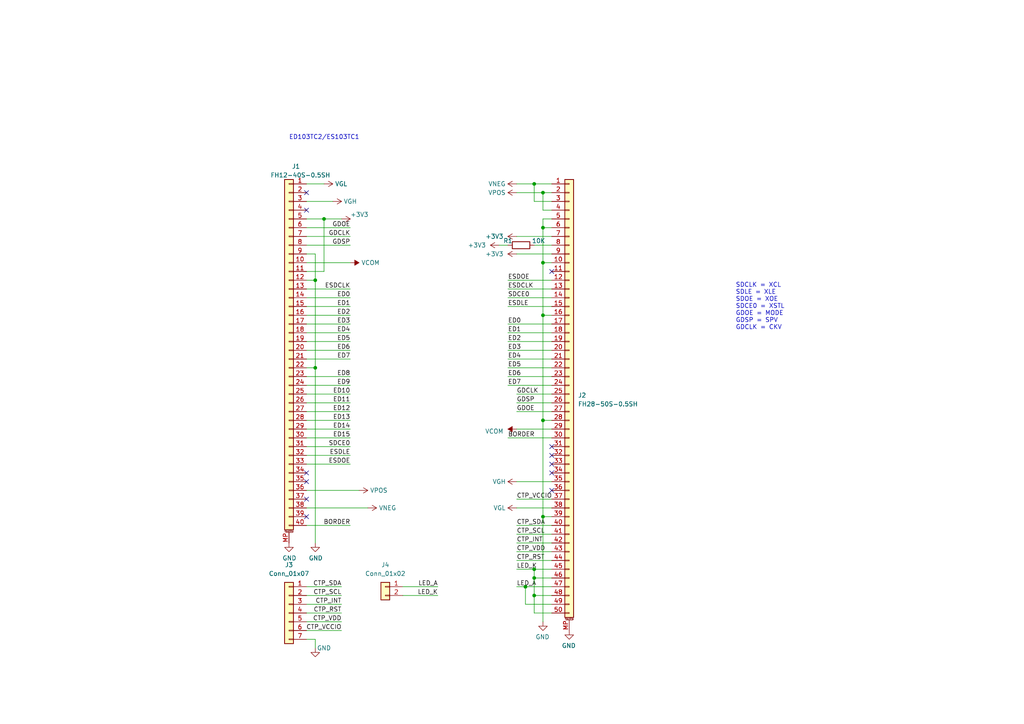
<source format=kicad_sch>
(kicad_sch (version 20231120) (generator "eeschema") (generator_version "8.0")
  (paper "A4")
  (lib_symbols
    (symbol "Connector_Generic:Conn_01x02" (pin_names (offset 1.016) hide)
      (property "Reference" "J" (at 0 2.54 0))
      (property "Value" "Conn_01x02" (at 0 -5.08 0))
      (symbol "Conn_01x02_1_1"
        (rectangle (start -1.27 -2.413) (end 0 -2.667) (stroke (width 0.1524)))
        (rectangle (start -1.27 0.127) (end 0 -0.127) (stroke (width 0.1524)))
        (rectangle (start -1.27 1.27) (end 1.27 -3.81) (stroke (width 0.254)) (fill (type background)))
        (pin passive line (at -5.08 0 0) (length 3.81) (name "Pin_1") (number "1"))
        (pin passive line (at -5.08 -2.54 0) (length 3.81) (name "Pin_2") (number "2"))
      )
    )
    (symbol "Connector_Generic:Conn_01x07" (pin_names (offset 1.016) hide)
      (property "Reference" "J" (at 0 10.16 0))
      (property "Value" "Conn_01x07" (at 0 -10.16 0))
      (symbol "Conn_01x07_1_1"
        (rectangle (start -1.27 -7.493) (end 0 -7.747) (stroke (width 0.1524)))
        (rectangle (start -1.27 -4.953) (end 0 -5.207) (stroke (width 0.1524)))
        (rectangle (start -1.27 -2.413) (end 0 -2.667) (stroke (width 0.1524)))
        (rectangle (start -1.27 0.127) (end 0 -0.127) (stroke (width 0.1524)))
        (rectangle (start -1.27 2.667) (end 0 2.413) (stroke (width 0.1524)))
        (rectangle (start -1.27 5.207) (end 0 4.953) (stroke (width 0.1524)))
        (rectangle (start -1.27 7.747) (end 0 7.493) (stroke (width 0.1524)))
        (rectangle (start -1.27 8.89) (end 1.27 -8.89) (stroke (width 0.254)) (fill (type background)))
        (pin passive line (at -5.08 7.62 0) (length 3.81) (name "Pin_1") (number "1"))
        (pin passive line (at -5.08 5.08 0) (length 3.81) (name "Pin_2") (number "2"))
        (pin passive line (at -5.08 2.54 0) (length 3.81) (name "Pin_3") (number "3"))
        (pin passive line (at -5.08 0 0) (length 3.81) (name "Pin_4") (number "4"))
        (pin passive line (at -5.08 -2.54 0) (length 3.81) (name "Pin_5") (number "5"))
        (pin passive line (at -5.08 -5.08 0) (length 3.81) (name "Pin_6") (number "6"))
        (pin passive line (at -5.08 -7.62 0) (length 3.81) (name "Pin_7") (number "7"))
      )
    )
    (symbol "Connector_Generic_MountingPin:Conn_01x40_MountingPin" (pin_names (offset 1.016) hide)
      (property "Reference" "J" (at 0 50.8 0))
      (property "Value" "Conn_01x40_MountingPin" (at 1.27 -53.34 0))
      (symbol "Conn_01x40_MountingPin_1_1"
        (rectangle (start -1.27 -50.673) (end 0 -50.927) (stroke (width 0.1524)))
        (rectangle (start -1.27 -48.133) (end 0 -48.387) (stroke (width 0.1524)))
        (rectangle (start -1.27 -45.593) (end 0 -45.847) (stroke (width 0.1524)))
        (rectangle (start -1.27 -43.053) (end 0 -43.307) (stroke (width 0.1524)))
        (rectangle (start -1.27 -40.513) (end 0 -40.767) (stroke (width 0.1524)))
        (rectangle (start -1.27 -37.973) (end 0 -38.227) (stroke (width 0.1524)))
        (rectangle (start -1.27 -35.433) (end 0 -35.687) (stroke (width 0.1524)))
        (rectangle (start -1.27 -32.893) (end 0 -33.147) (stroke (width 0.1524)))
        (rectangle (start -1.27 -30.353) (end 0 -30.607) (stroke (width 0.1524)))
        (rectangle (start -1.27 -27.813) (end 0 -28.067) (stroke (width 0.1524)))
        (rectangle (start -1.27 -25.273) (end 0 -25.527) (stroke (width 0.1524)))
        (rectangle (start -1.27 -22.733) (end 0 -22.987) (stroke (width 0.1524)))
        (rectangle (start -1.27 -20.193) (end 0 -20.447) (stroke (width 0.1524)))
        (rectangle (start -1.27 -17.653) (end 0 -17.907) (stroke (width 0.1524)))
        (rectangle (start -1.27 -15.113) (end 0 -15.367) (stroke (width 0.1524)))
        (rectangle (start -1.27 -12.573) (end 0 -12.827) (stroke (width 0.1524)))
        (rectangle (start -1.27 -10.033) (end 0 -10.287) (stroke (width 0.1524)))
        (rectangle (start -1.27 -7.493) (end 0 -7.747) (stroke (width 0.1524)))
        (rectangle (start -1.27 -4.953) (end 0 -5.207) (stroke (width 0.1524)))
        (rectangle (start -1.27 -2.413) (end 0 -2.667) (stroke (width 0.1524)))
        (rectangle (start -1.27 0.127) (end 0 -0.127) (stroke (width 0.1524)))
        (rectangle (start -1.27 2.667) (end 0 2.413) (stroke (width 0.1524)))
        (rectangle (start -1.27 5.207) (end 0 4.953) (stroke (width 0.1524)))
        (rectangle (start -1.27 7.747) (end 0 7.493) (stroke (width 0.1524)))
        (rectangle (start -1.27 10.287) (end 0 10.033) (stroke (width 0.1524)))
        (rectangle (start -1.27 12.827) (end 0 12.573) (stroke (width 0.1524)))
        (rectangle (start -1.27 15.367) (end 0 15.113) (stroke (width 0.1524)))
        (rectangle (start -1.27 17.907) (end 0 17.653) (stroke (width 0.1524)))
        (rectangle (start -1.27 20.447) (end 0 20.193) (stroke (width 0.1524)))
        (rectangle (start -1.27 22.987) (end 0 22.733) (stroke (width 0.1524)))
        (rectangle (start -1.27 25.527) (end 0 25.273) (stroke (width 0.1524)))
        (rectangle (start -1.27 28.067) (end 0 27.813) (stroke (width 0.1524)))
        (rectangle (start -1.27 30.607) (end 0 30.353) (stroke (width 0.1524)))
        (rectangle (start -1.27 33.147) (end 0 32.893) (stroke (width 0.1524)))
        (rectangle (start -1.27 35.687) (end 0 35.433) (stroke (width 0.1524)))
        (rectangle (start -1.27 38.227) (end 0 37.973) (stroke (width 0.1524)))
        (rectangle (start -1.27 40.767) (end 0 40.513) (stroke (width 0.1524)))
        (rectangle (start -1.27 43.307) (end 0 43.053) (stroke (width 0.1524)))
        (rectangle (start -1.27 45.847) (end 0 45.593) (stroke (width 0.1524)))
        (rectangle (start -1.27 48.387) (end 0 48.133) (stroke (width 0.1524)))
        (rectangle (start -1.27 49.53) (end 1.27 -52.07) (stroke (width 0.254)) (fill (type background)))
        (polyline (pts (xy -1.016 -52.832) (xy 1.016 -52.832)) (stroke (width 0.1524)))
        (text "Mounting" (at 0 -52.451 0) (effects (font (size 0.381 0.381))))
        (pin passive line (at -5.08 48.26 0) (length 3.81) (name "Pin_1") (number "1"))
        (pin passive line (at -5.08 25.4 0) (length 3.81) (name "Pin_10") (number "10"))
        (pin passive line (at -5.08 22.86 0) (length 3.81) (name "Pin_11") (number "11"))
        (pin passive line (at -5.08 20.32 0) (length 3.81) (name "Pin_12") (number "12"))
        (pin passive line (at -5.08 17.78 0) (length 3.81) (name "Pin_13") (number "13"))
        (pin passive line (at -5.08 15.24 0) (length 3.81) (name "Pin_14") (number "14"))
        (pin passive line (at -5.08 12.7 0) (length 3.81) (name "Pin_15") (number "15"))
        (pin passive line (at -5.08 10.16 0) (length 3.81) (name "Pin_16") (number "16"))
        (pin passive line (at -5.08 7.62 0) (length 3.81) (name "Pin_17") (number "17"))
        (pin passive line (at -5.08 5.08 0) (length 3.81) (name "Pin_18") (number "18"))
        (pin passive line (at -5.08 2.54 0) (length 3.81) (name "Pin_19") (number "19"))
        (pin passive line (at -5.08 45.72 0) (length 3.81) (name "Pin_2") (number "2"))
        (pin passive line (at -5.08 0 0) (length 3.81) (name "Pin_20") (number "20"))
        (pin passive line (at -5.08 -2.54 0) (length 3.81) (name "Pin_21") (number "21"))
        (pin passive line (at -5.08 -5.08 0) (length 3.81) (name "Pin_22") (number "22"))
        (pin passive line (at -5.08 -7.62 0) (length 3.81) (name "Pin_23") (number "23"))
        (pin passive line (at -5.08 -10.16 0) (length 3.81) (name "Pin_24") (number "24"))
        (pin passive line (at -5.08 -12.7 0) (length 3.81) (name "Pin_25") (number "25"))
        (pin passive line (at -5.08 -15.24 0) (length 3.81) (name "Pin_26") (number "26"))
        (pin passive line (at -5.08 -17.78 0) (length 3.81) (name "Pin_27") (number "27"))
        (pin passive line (at -5.08 -20.32 0) (length 3.81) (name "Pin_28") (number "28"))
        (pin passive line (at -5.08 -22.86 0) (length 3.81) (name "Pin_29") (number "29"))
        (pin passive line (at -5.08 43.18 0) (length 3.81) (name "Pin_3") (number "3"))
        (pin passive line (at -5.08 -25.4 0) (length 3.81) (name "Pin_30") (number "30"))
        (pin passive line (at -5.08 -27.94 0) (length 3.81) (name "Pin_31") (number "31"))
        (pin passive line (at -5.08 -30.48 0) (length 3.81) (name "Pin_32") (number "32"))
        (pin passive line (at -5.08 -33.02 0) (length 3.81) (name "Pin_33") (number "33"))
        (pin passive line (at -5.08 -35.56 0) (length 3.81) (name "Pin_34") (number "34"))
        (pin passive line (at -5.08 -38.1 0) (length 3.81) (name "Pin_35") (number "35"))
        (pin passive line (at -5.08 -40.64 0) (length 3.81) (name "Pin_36") (number "36"))
        (pin passive line (at -5.08 -43.18 0) (length 3.81) (name "Pin_37") (number "37"))
        (pin passive line (at -5.08 -45.72 0) (length 3.81) (name "Pin_38") (number "38"))
        (pin passive line (at -5.08 -48.26 0) (length 3.81) (name "Pin_39") (number "39"))
        (pin passive line (at -5.08 40.64 0) (length 3.81) (name "Pin_4") (number "4"))
        (pin passive line (at -5.08 -50.8 0) (length 3.81) (name "Pin_40") (number "40"))
        (pin passive line (at -5.08 38.1 0) (length 3.81) (name "Pin_5") (number "5"))
        (pin passive line (at -5.08 35.56 0) (length 3.81) (name "Pin_6") (number "6"))
        (pin passive line (at -5.08 33.02 0) (length 3.81) (name "Pin_7") (number "7"))
        (pin passive line (at -5.08 30.48 0) (length 3.81) (name "Pin_8") (number "8"))
        (pin passive line (at -5.08 27.94 0) (length 3.81) (name "Pin_9") (number "9"))
        (pin passive line (at 0 -55.88 90) (length 3.048) (name "MountPin") (number "MP"))
      )
    )
    (symbol "Connector_Generic_MountingPin:Conn_01x50_MountingPin" (pin_names (offset 1.016) hide)
      (property "Reference" "J" (at 0 63.5 0))
      (property "Value" "Conn_01x50_MountingPin" (at 1.27 -66.04 0))
      (symbol "Conn_01x50_MountingPin_1_1"
        (rectangle (start -1.27 -63.373) (end 0 -63.627) (stroke (width 0.1524)))
        (rectangle (start -1.27 -60.833) (end 0 -61.087) (stroke (width 0.1524)))
        (rectangle (start -1.27 -58.293) (end 0 -58.547) (stroke (width 0.1524)))
        (rectangle (start -1.27 -55.753) (end 0 -56.007) (stroke (width 0.1524)))
        (rectangle (start -1.27 -53.213) (end 0 -53.467) (stroke (width 0.1524)))
        (rectangle (start -1.27 -50.673) (end 0 -50.927) (stroke (width 0.1524)))
        (rectangle (start -1.27 -48.133) (end 0 -48.387) (stroke (width 0.1524)))
        (rectangle (start -1.27 -45.593) (end 0 -45.847) (stroke (width 0.1524)))
        (rectangle (start -1.27 -43.053) (end 0 -43.307) (stroke (width 0.1524)))
        (rectangle (start -1.27 -40.513) (end 0 -40.767) (stroke (width 0.1524)))
        (rectangle (start -1.27 -37.973) (end 0 -38.227) (stroke (width 0.1524)))
        (rectangle (start -1.27 -35.433) (end 0 -35.687) (stroke (width 0.1524)))
        (rectangle (start -1.27 -32.893) (end 0 -33.147) (stroke (width 0.1524)))
        (rectangle (start -1.27 -30.353) (end 0 -30.607) (stroke (width 0.1524)))
        (rectangle (start -1.27 -27.813) (end 0 -28.067) (stroke (width 0.1524)))
        (rectangle (start -1.27 -25.273) (end 0 -25.527) (stroke (width 0.1524)))
        (rectangle (start -1.27 -22.733) (end 0 -22.987) (stroke (width 0.1524)))
        (rectangle (start -1.27 -20.193) (end 0 -20.447) (stroke (width 0.1524)))
        (rectangle (start -1.27 -17.653) (end 0 -17.907) (stroke (width 0.1524)))
        (rectangle (start -1.27 -15.113) (end 0 -15.367) (stroke (width 0.1524)))
        (rectangle (start -1.27 -12.573) (end 0 -12.827) (stroke (width 0.1524)))
        (rectangle (start -1.27 -10.033) (end 0 -10.287) (stroke (width 0.1524)))
        (rectangle (start -1.27 -7.493) (end 0 -7.747) (stroke (width 0.1524)))
        (rectangle (start -1.27 -4.953) (end 0 -5.207) (stroke (width 0.1524)))
        (rectangle (start -1.27 -2.413) (end 0 -2.667) (stroke (width 0.1524)))
        (rectangle (start -1.27 0.127) (end 0 -0.127) (stroke (width 0.1524)))
        (rectangle (start -1.27 2.667) (end 0 2.413) (stroke (width 0.1524)))
        (rectangle (start -1.27 5.207) (end 0 4.953) (stroke (width 0.1524)))
        (rectangle (start -1.27 7.747) (end 0 7.493) (stroke (width 0.1524)))
        (rectangle (start -1.27 10.287) (end 0 10.033) (stroke (width 0.1524)))
        (rectangle (start -1.27 12.827) (end 0 12.573) (stroke (width 0.1524)))
        (rectangle (start -1.27 15.367) (end 0 15.113) (stroke (width 0.1524)))
        (rectangle (start -1.27 17.907) (end 0 17.653) (stroke (width 0.1524)))
        (rectangle (start -1.27 20.447) (end 0 20.193) (stroke (width 0.1524)))
        (rectangle (start -1.27 22.987) (end 0 22.733) (stroke (width 0.1524)))
        (rectangle (start -1.27 25.527) (end 0 25.273) (stroke (width 0.1524)))
        (rectangle (start -1.27 28.067) (end 0 27.813) (stroke (width 0.1524)))
        (rectangle (start -1.27 30.607) (end 0 30.353) (stroke (width 0.1524)))
        (rectangle (start -1.27 33.147) (end 0 32.893) (stroke (width 0.1524)))
        (rectangle (start -1.27 35.687) (end 0 35.433) (stroke (width 0.1524)))
        (rectangle (start -1.27 38.227) (end 0 37.973) (stroke (width 0.1524)))
        (rectangle (start -1.27 40.767) (end 0 40.513) (stroke (width 0.1524)))
        (rectangle (start -1.27 43.307) (end 0 43.053) (stroke (width 0.1524)))
        (rectangle (start -1.27 45.847) (end 0 45.593) (stroke (width 0.1524)))
        (rectangle (start -1.27 48.387) (end 0 48.133) (stroke (width 0.1524)))
        (rectangle (start -1.27 50.927) (end 0 50.673) (stroke (width 0.1524)))
        (rectangle (start -1.27 53.467) (end 0 53.213) (stroke (width 0.1524)))
        (rectangle (start -1.27 56.007) (end 0 55.753) (stroke (width 0.1524)))
        (rectangle (start -1.27 58.547) (end 0 58.293) (stroke (width 0.1524)))
        (rectangle (start -1.27 61.087) (end 0 60.833) (stroke (width 0.1524)))
        (rectangle (start -1.27 62.23) (end 1.27 -64.77) (stroke (width 0.254)) (fill (type background)))
        (polyline (pts (xy -1.016 -65.532) (xy 1.016 -65.532)) (stroke (width 0.1524)))
        (text "Mounting" (at 0 -65.151 0) (effects (font (size 0.381 0.381))))
        (pin passive line (at -5.08 60.96 0) (length 3.81) (name "Pin_1") (number "1"))
        (pin passive line (at -5.08 38.1 0) (length 3.81) (name "Pin_10") (number "10"))
        (pin passive line (at -5.08 35.56 0) (length 3.81) (name "Pin_11") (number "11"))
        (pin passive line (at -5.08 33.02 0) (length 3.81) (name "Pin_12") (number "12"))
        (pin passive line (at -5.08 30.48 0) (length 3.81) (name "Pin_13") (number "13"))
        (pin passive line (at -5.08 27.94 0) (length 3.81) (name "Pin_14") (number "14"))
        (pin passive line (at -5.08 25.4 0) (length 3.81) (name "Pin_15") (number "15"))
        (pin passive line (at -5.08 22.86 0) (length 3.81) (name "Pin_16") (number "16"))
        (pin passive line (at -5.08 20.32 0) (length 3.81) (name "Pin_17") (number "17"))
        (pin passive line (at -5.08 17.78 0) (length 3.81) (name "Pin_18") (number "18"))
        (pin passive line (at -5.08 15.24 0) (length 3.81) (name "Pin_19") (number "19"))
        (pin passive line (at -5.08 58.42 0) (length 3.81) (name "Pin_2") (number "2"))
        (pin passive line (at -5.08 12.7 0) (length 3.81) (name "Pin_20") (number "20"))
        (pin passive line (at -5.08 10.16 0) (length 3.81) (name "Pin_21") (number "21"))
        (pin passive line (at -5.08 7.62 0) (length 3.81) (name "Pin_22") (number "22"))
        (pin passive line (at -5.08 5.08 0) (length 3.81) (name "Pin_23") (number "23"))
        (pin passive line (at -5.08 2.54 0) (length 3.81) (name "Pin_24") (number "24"))
        (pin passive line (at -5.08 0 0) (length 3.81) (name "Pin_25") (number "25"))
        (pin passive line (at -5.08 -2.54 0) (length 3.81) (name "Pin_26") (number "26"))
        (pin passive line (at -5.08 -5.08 0) (length 3.81) (name "Pin_27") (number "27"))
        (pin passive line (at -5.08 -7.62 0) (length 3.81) (name "Pin_28") (number "28"))
        (pin passive line (at -5.08 -10.16 0) (length 3.81) (name "Pin_29") (number "29"))
        (pin passive line (at -5.08 55.88 0) (length 3.81) (name "Pin_3") (number "3"))
        (pin passive line (at -5.08 -12.7 0) (length 3.81) (name "Pin_30") (number "30"))
        (pin passive line (at -5.08 -15.24 0) (length 3.81) (name "Pin_31") (number "31"))
        (pin passive line (at -5.08 -17.78 0) (length 3.81) (name "Pin_32") (number "32"))
        (pin passive line (at -5.08 -20.32 0) (length 3.81) (name "Pin_33") (number "33"))
        (pin passive line (at -5.08 -22.86 0) (length 3.81) (name "Pin_34") (number "34"))
        (pin passive line (at -5.08 -25.4 0) (length 3.81) (name "Pin_35") (number "35"))
        (pin passive line (at -5.08 -27.94 0) (length 3.81) (name "Pin_36") (number "36"))
        (pin passive line (at -5.08 -30.48 0) (length 3.81) (name "Pin_37") (number "37"))
        (pin passive line (at -5.08 -33.02 0) (length 3.81) (name "Pin_38") (number "38"))
        (pin passive line (at -5.08 -35.56 0) (length 3.81) (name "Pin_39") (number "39"))
        (pin passive line (at -5.08 53.34 0) (length 3.81) (name "Pin_4") (number "4"))
        (pin passive line (at -5.08 -38.1 0) (length 3.81) (name "Pin_40") (number "40"))
        (pin passive line (at -5.08 -40.64 0) (length 3.81) (name "Pin_41") (number "41"))
        (pin passive line (at -5.08 -43.18 0) (length 3.81) (name "Pin_42") (number "42"))
        (pin passive line (at -5.08 -45.72 0) (length 3.81) (name "Pin_43") (number "43"))
        (pin passive line (at -5.08 -48.26 0) (length 3.81) (name "Pin_44") (number "44"))
        (pin passive line (at -5.08 -50.8 0) (length 3.81) (name "Pin_45") (number "45"))
        (pin passive line (at -5.08 -53.34 0) (length 3.81) (name "Pin_46") (number "46"))
        (pin passive line (at -5.08 -55.88 0) (length 3.81) (name "Pin_47") (number "47"))
        (pin passive line (at -5.08 -58.42 0) (length 3.81) (name "Pin_48") (number "48"))
        (pin passive line (at -5.08 -60.96 0) (length 3.81) (name "Pin_49") (number "49"))
        (pin passive line (at -5.08 50.8 0) (length 3.81) (name "Pin_5") (number "5"))
        (pin passive line (at -5.08 -63.5 0) (length 3.81) (name "Pin_50") (number "50"))
        (pin passive line (at -5.08 48.26 0) (length 3.81) (name "Pin_6") (number "6"))
        (pin passive line (at -5.08 45.72 0) (length 3.81) (name "Pin_7") (number "7"))
        (pin passive line (at -5.08 43.18 0) (length 3.81) (name "Pin_8") (number "8"))
        (pin passive line (at -5.08 40.64 0) (length 3.81) (name "Pin_9") (number "9"))
        (pin passive line (at 0 -68.58 90) (length 3.048) (name "MountPin") (number "MP"))
      )
    )
    (symbol "Device:R" (pin_numbers hide) (pin_names (offset 0))
      (property "Reference" "R" (at 2.032 0 90))
      (property "Value" "R" (at 0 0 90))
      (symbol "R_0_1"
        (rectangle (start -1.016 -2.54) (end 1.016 2.54) (stroke (width 0.254)))
      )
      (symbol "R_1_1"
        (pin passive line (at 0 3.81 270) (length 1.27) (name "~") (number "1"))
        (pin passive line (at 0 -3.81 90) (length 1.27) (name "~") (number "2"))
      )
    )
    (symbol "power:+3V3" (power) (pin_names (offset 0))
      (property "Value" "+3V3" (at 0 3.556 0))
      (symbol "+3V3_0_1"
        (polyline (pts (xy -0.762 1.27) (xy 0 2.54)))
        (polyline (pts (xy 0 0) (xy 0 2.54)))
        (polyline (pts (xy 0 2.54) (xy 0.762 1.27)))
      )
      (symbol "+3V3_1_1"
        (pin power_in line (at 0 0 90) (length 0) hide (name "+3V3") (number "1"))
      )
    )
    (symbol "power:GND" (power) (pin_names (offset 0))
      (property "Value" "GND" (at 0 -3.81 0))
      (symbol "GND_0_1"
        (polyline (pts (xy 0 0) (xy 0 -1.27) (xy 1.27 -1.27) (xy 0 -2.54) (xy -1.27 -1.27) (xy 0 -1.27)))
      )
      (symbol "GND_1_1"
        (pin power_in line (at 0 0 270) (length 0) hide (name "GND") (number "1"))
      )
    )
    (symbol "power:VCOM" (power) (pin_names (offset 0))
      (property "Value" "VCOM" (at 0 3.81 0))
      (symbol "VCOM_0_1"
        (polyline (pts (xy 0 0) (xy 0 2.54)))
        (polyline (pts (xy 0.762 1.27) (xy -0.762 1.27) (xy 0 2.54) (xy 0.762 1.27)) (fill (type outline)))
      )
      (symbol "VCOM_1_1"
        (pin power_in line (at 0 0 90) (length 0) hide (name "VCOM") (number "1"))
      )
    )
    (symbol "symbols:VGH" (power) (pin_names (offset 0))
      (property "Value" "VGH" (at 0 3.556 0))
      (symbol "VGH_0_1"
        (polyline (pts (xy -0.762 1.27) (xy 0 2.54)))
        (polyline (pts (xy 0 0) (xy 0 2.54)))
        (polyline (pts (xy 0 2.54) (xy 0.762 1.27)))
      )
      (symbol "VGH_1_1"
        (pin power_in line (at 0 0 90) (length 0) hide (name "VGH") (number "1"))
      )
    )
    (symbol "symbols:VGL" (power) (pin_names (offset 0))
      (property "Value" "VGL" (at 0 3.556 0))
      (symbol "VGL_0_1"
        (polyline (pts (xy -0.762 1.27) (xy 0 2.54)))
        (polyline (pts (xy 0 0) (xy 0 2.54)))
        (polyline (pts (xy 0 2.54) (xy 0.762 1.27)))
      )
      (symbol "VGL_1_1"
        (pin power_in line (at 0 0 90) (length 0) hide (name "VGL") (number "1"))
      )
    )
    (symbol "symbols:VNEG" (power) (pin_names (offset 0))
      (property "Value" "VNEG" (at 0 3.556 0))
      (symbol "VNEG_0_1"
        (polyline (pts (xy -0.762 1.27) (xy 0 2.54)))
        (polyline (pts (xy 0 0) (xy 0 2.54)))
        (polyline (pts (xy 0 2.54) (xy 0.762 1.27)))
      )
      (symbol "VNEG_1_1"
        (pin power_in line (at 0 0 90) (length 0) hide (name "VNEG") (number "1"))
      )
    )
    (symbol "symbols:VPOS" (power) (pin_names (offset 0))
      (property "Value" "VPOS" (at 0 3.556 0))
      (symbol "VPOS_0_1"
        (polyline (pts (xy -0.762 1.27) (xy 0 2.54)))
        (polyline (pts (xy 0 0) (xy 0 2.54)))
        (polyline (pts (xy 0 2.54) (xy 0.762 1.27)))
      )
      (symbol "VPOS_1_1"
        (pin power_in line (at 0 0 90) (length 0) hide (name "VPOS") (number "1"))
      )
    )
  )
  (junction (at 157.48 76.2))
  (junction (at 157.48 149.86))
  (junction (at 154.94 53.34))
  (junction (at 157.48 66.04))
  (junction (at 91.44 81.28) (diameter 0.9144))
  (junction (at 157.48 121.92))
  (junction (at 157.48 55.88))
  (junction (at 93.98 63.5))
  (junction (at 91.44 106.68) (diameter 0.9144))
  (junction (at 154.94 165.1))
  (junction (at 157.48 91.44))
  (junction (at 152.4 170.18))
  (junction (at 154.94 172.72))
  (junction (at 154.94 167.64))
  (no_connect (at 88.9 137.16))
  (no_connect (at 160.02 142.24))
  (no_connect (at 88.9 144.78))
  (no_connect (at 160.02 132.08))
  (no_connect (at 88.9 55.88))
  (no_connect (at 160.02 137.16))
  (no_connect (at 160.02 134.62))
  (no_connect (at 88.9 139.7))
  (no_connect (at 88.9 149.86))
  (no_connect (at 160.02 129.54))
  (no_connect (at 88.9 60.96))
  (no_connect (at 160.02 78.74))
  (wire (pts (xy 99.06 177.8) (xy 88.9 177.8)))
  (wire (pts (xy 147.32 99.06) (xy 160.02 99.06)))
  (wire (pts (xy 149.86 124.46) (xy 160.02 124.46)))
  (wire (pts (xy 106.68 147.32) (xy 88.9 147.32)))
  (wire (pts (xy 127 170.18) (xy 116.84 170.18)))
  (wire (pts (xy 147.32 88.9) (xy 160.02 88.9)))
  (wire (pts (xy 88.9 71.12) (xy 101.6 71.12)))
  (wire (pts (xy 88.9 86.36) (xy 101.6 86.36)))
  (wire (pts (xy 154.94 58.42) (xy 154.94 53.34)))
  (wire (pts (xy 152.4 170.18) (xy 160.02 170.18)))
  (wire (pts (xy 88.9 101.6) (xy 101.6 101.6)))
  (wire (pts (xy 101.6 152.4) (xy 88.9 152.4)))
  (wire (pts (xy 88.9 104.14) (xy 101.6 104.14)))
  (wire (pts (xy 88.9 96.52) (xy 101.6 96.52)))
  (wire (pts (xy 88.9 88.9) (xy 101.6 88.9)))
  (wire (pts (xy 149.86 162.56) (xy 160.02 162.56)))
  (wire (pts (xy 88.9 116.84) (xy 101.6 116.84)))
  (wire (pts (xy 91.44 185.42) (xy 91.44 187.96)))
  (wire (pts (xy 149.86 165.1) (xy 154.94 165.1)))
  (wire (pts (xy 154.94 165.1) (xy 160.02 165.1)))
  (wire (pts (xy 154.94 172.72) (xy 160.02 172.72)))
  (wire (pts (xy 88.9 129.54) (xy 101.6 129.54)))
  (wire (pts (xy 147.32 93.98) (xy 160.02 93.98)))
  (wire (pts (xy 88.9 124.46) (xy 101.6 124.46)))
  (wire (pts (xy 88.9 121.92) (xy 101.6 121.92)))
  (wire (pts (xy 149.86 160.02) (xy 160.02 160.02)))
  (wire (pts (xy 147.32 81.28) (xy 160.02 81.28)))
  (wire (pts (xy 149.86 144.78) (xy 160.02 144.78)))
  (wire (pts (xy 88.9 109.22) (xy 101.6 109.22)))
  (wire (pts (xy 157.48 149.86) (xy 157.48 180.34)))
  (wire (pts (xy 157.48 121.92) (xy 160.02 121.92)))
  (wire (pts (xy 147.32 83.82) (xy 160.02 83.82)))
  (wire (pts (xy 160.02 66.04) (xy 157.48 66.04)))
  (wire (pts (xy 147.32 106.68) (xy 160.02 106.68)))
  (wire (pts (xy 99.06 170.18) (xy 88.9 170.18)))
  (wire (pts (xy 154.94 172.72) (xy 154.94 167.64)))
  (wire (pts (xy 149.86 170.18) (xy 152.4 170.18)))
  (wire (pts (xy 149.86 152.4) (xy 160.02 152.4)))
  (wire (pts (xy 157.48 66.04) (xy 157.48 76.2)))
  (wire (pts (xy 88.9 119.38) (xy 101.6 119.38)))
  (wire (pts (xy 88.9 111.76) (xy 101.6 111.76)))
  (wire (pts (xy 160.02 63.5) (xy 157.48 63.5)))
  (wire (pts (xy 93.98 53.34) (xy 88.9 53.34)))
  (wire (pts (xy 147.32 127) (xy 160.02 127)))
  (wire (pts (xy 144.78 71.12) (xy 147.32 71.12)))
  (wire (pts (xy 88.9 68.58) (xy 101.6 68.58)))
  (wire (pts (xy 147.32 86.36) (xy 160.02 86.36)))
  (wire (pts (xy 157.48 91.44) (xy 157.48 121.92)))
  (wire (pts (xy 91.44 81.28) (xy 88.9 81.28)))
  (wire (pts (xy 149.86 55.88) (xy 157.48 55.88)))
  (wire (pts (xy 157.48 60.96) (xy 157.48 55.88)))
  (wire (pts (xy 88.9 127) (xy 101.6 127)))
  (wire (pts (xy 160.02 119.38) (xy 149.86 119.38)))
  (wire (pts (xy 160.02 167.64) (xy 154.94 167.64)))
  (wire (pts (xy 88.9 134.62) (xy 101.6 134.62)))
  (wire (pts (xy 149.86 68.58) (xy 160.02 68.58)))
  (wire (pts (xy 160.02 177.8) (xy 154.94 177.8)))
  (wire (pts (xy 104.14 142.24) (xy 88.9 142.24)))
  (wire (pts (xy 88.9 99.06) (xy 101.6 99.06)))
  (wire (pts (xy 91.44 73.66) (xy 91.44 81.28)))
  (wire (pts (xy 88.9 73.66) (xy 91.44 73.66)))
  (wire (pts (xy 157.48 76.2) (xy 157.48 91.44)))
  (wire (pts (xy 88.9 83.82) (xy 101.6 83.82)))
  (wire (pts (xy 88.9 114.3) (xy 101.6 114.3)))
  (wire (pts (xy 88.9 78.74) (xy 93.98 78.74)))
  (wire (pts (xy 152.4 175.26) (xy 152.4 170.18)))
  (wire (pts (xy 157.48 55.88) (xy 160.02 55.88)))
  (wire (pts (xy 157.48 91.44) (xy 160.02 91.44)))
  (wire (pts (xy 154.94 53.34) (xy 160.02 53.34)))
  (wire (pts (xy 157.48 76.2) (xy 160.02 76.2)))
  (wire (pts (xy 147.32 109.22) (xy 160.02 109.22)))
  (wire (pts (xy 160.02 116.84) (xy 149.86 116.84)))
  (wire (pts (xy 127 172.72) (xy 116.84 172.72)))
  (wire (pts (xy 99.06 182.88) (xy 88.9 182.88)))
  (wire (pts (xy 149.86 73.66) (xy 160.02 73.66)))
  (wire (pts (xy 149.86 154.94) (xy 160.02 154.94)))
  (wire (pts (xy 154.94 71.12) (xy 160.02 71.12)))
  (wire (pts (xy 99.06 175.26) (xy 88.9 175.26)))
  (wire (pts (xy 88.9 93.98) (xy 101.6 93.98)))
  (wire (pts (xy 149.86 147.32) (xy 160.02 147.32)))
  (wire (pts (xy 154.94 177.8) (xy 154.94 172.72)))
  (wire (pts (xy 157.48 149.86) (xy 160.02 149.86)))
  (wire (pts (xy 101.6 76.2) (xy 88.9 76.2)))
  (wire (pts (xy 157.48 121.92) (xy 157.48 149.86)))
  (wire (pts (xy 93.98 78.74) (xy 93.98 63.5)))
  (wire (pts (xy 149.86 139.7) (xy 160.02 139.7)))
  (wire (pts (xy 149.86 157.48) (xy 160.02 157.48)))
  (wire (pts (xy 149.86 53.34) (xy 154.94 53.34)))
  (wire (pts (xy 96.52 58.42) (xy 88.9 58.42)))
  (wire (pts (xy 147.32 101.6) (xy 160.02 101.6)))
  (wire (pts (xy 160.02 175.26) (xy 152.4 175.26)))
  (wire (pts (xy 88.9 132.08) (xy 101.6 132.08)))
  (wire (pts (xy 147.32 96.52) (xy 160.02 96.52)))
  (wire (pts (xy 154.94 167.64) (xy 154.94 165.1)))
  (wire (pts (xy 99.06 63.5) (xy 93.98 63.5)))
  (wire (pts (xy 157.48 63.5) (xy 157.48 66.04)))
  (wire (pts (xy 160.02 114.3) (xy 149.86 114.3)))
  (wire (pts (xy 93.98 63.5) (xy 88.9 63.5)))
  (wire (pts (xy 160.02 58.42) (xy 154.94 58.42)))
  (wire (pts (xy 88.9 66.04) (xy 101.6 66.04)))
  (wire (pts (xy 99.06 172.72) (xy 88.9 172.72)))
  (wire (pts (xy 91.44 81.28) (xy 91.44 106.68)))
  (wire (pts (xy 91.44 106.68) (xy 91.44 157.48)))
  (wire (pts (xy 160.02 60.96) (xy 157.48 60.96)))
  (wire (pts (xy 99.06 180.34) (xy 88.9 180.34)))
  (wire (pts (xy 88.9 91.44) (xy 101.6 91.44)))
  (wire (pts (xy 147.32 111.76) (xy 160.02 111.76)))
  (wire (pts (xy 88.9 185.42) (xy 91.44 185.42)))
  (wire (pts (xy 91.44 106.68) (xy 88.9 106.68)))
  (wire (pts (xy 147.32 104.14) (xy 160.02 104.14)))
  (text "SDCLK = XCL\nSDLE = XLE\nSDOE = XOE\nSDCE0 = XSTL\nGDOE = MODE\nGDSP = SPV\nGDCLK = CKV" (at 213.36 88.9 0) (effects (font (size 1.27 1.27)) (justify left)))
  (text "ED103TC2/ES103TC1" (at 83.82 40.64 0) (effects (font (size 1.27 1.27)) (justify left bottom)))
  (label "BORDER" (at 147.32 127 0))
  (label "ED10" (at 101.6 114.3 180))
  (label "ED3" (at 147.32 101.6 0))
  (label "ESDOE" (at 101.6 134.62 180))
  (label "CTP_VCCIO" (at 149.86 144.78 0))
  (label "CTP_VDD" (at 149.86 160.02 0))
  (label "GDSP" (at 149.86 116.84 0))
  (label "ED4" (at 147.32 104.14 0))
  (label "ED2" (at 147.32 99.06 0))
  (label "ED15" (at 101.6 127 180))
  (label "CTP_VDD" (at 99.06 180.34 180))
  (label "LED_K" (at 149.86 165.1 0))
  (label "LED_K" (at 127 172.72 180))
  (label "ED12" (at 101.6 119.38 180))
  (label "ESDOE" (at 147.32 81.28 0))
  (label "ESDCLK" (at 101.6 83.82 180))
  (label "CTP_VCCIO" (at 99.06 182.88 180))
  (label "ED2" (at 101.6 91.44 180))
  (label "GDOE" (at 101.6 66.04 180))
  (label "ED7" (at 147.32 111.76 0))
  (label "CTP_INT" (at 149.86 157.48 0))
  (label "CTP_RST" (at 99.06 177.8 180))
  (label "ED11" (at 101.6 116.84 180))
  (label "ED13" (at 101.6 121.92 180))
  (label "ED5" (at 147.32 106.68 0))
  (label "BORDER" (at 101.6 152.4 180))
  (label "CTP_RST" (at 149.86 162.56 0))
  (label "ED3" (at 101.6 93.98 180))
  (label "ESDLE" (at 147.32 88.9 0))
  (label "ESDCLK" (at 147.32 83.82 0))
  (label "LED_A" (at 149.86 170.18 0))
  (label "ED4" (at 101.6 96.52 180))
  (label "GDSP" (at 101.6 71.12 180))
  (label "ED1" (at 147.32 96.52 0))
  (label "ED9" (at 101.6 111.76 180))
  (label "ESDLE" (at 101.6 132.08 180))
  (label "CTP_SCL" (at 99.06 172.72 180))
  (label "ED1" (at 101.6 88.9 180))
  (label "GDCLK" (at 149.86 114.3 0))
  (label "CTP_SCL" (at 149.86 154.94 0))
  (label "ED14" (at 101.6 124.46 180))
  (label "SDCE0" (at 101.6 129.54 180))
  (label "GDCLK" (at 101.6 68.58 180))
  (label "ED5" (at 101.6 99.06 180))
  (label "LED_A" (at 127 170.18 180))
  (label "CTP_INT" (at 99.06 175.26 180))
  (label "CTP_SDA" (at 149.86 152.4 0))
  (label "SDCE0" (at 147.32 86.36 0))
  (label "ED6" (at 101.6 101.6 180))
  (label "CTP_SDA" (at 99.06 170.18 180))
  (label "ED0" (at 101.6 86.36 180))
  (label "GDOE" (at 149.86 119.38 0))
  (label "ED6" (at 147.32 109.22 0))
  (label "ED0" (at 147.32 93.98 0))
  (label "ED8" (at 101.6 109.22 180))
  (label "ED7" (at 101.6 104.14 180))
  (symbol (lib_id "power:+3V3") (at 149.86 68.58 90) (unit 1)
    (property "Reference" "#PWR023" (effects (hide yes)))
    (property "Value" "+3V3" (at 146.05 68.5799 90) (effects (justify left)))
  )
  (symbol (lib_id "power:GND") (at 91.44 187.96 0) (mirror y) (unit 1)
    (property "Reference" "#PWR010" (effects (hide yes)))
    (property "Value" "GND" (at 93.98 187.96 0))
  )
  (symbol (lib_id "power:GND") (at 165.1 182.88 0) (mirror y) (unit 1)
    (property "Reference" "#PWR04" (effects (hide yes)))
    (property "Value" "GND" (at 164.973 187.2742 0))
  )
  (symbol (lib_id "power:+3V3") (at 99.06 63.5 270) (unit 1)
    (property "Reference" "#PWR0101" (effects (hide yes)))
    (property "Value" "+3V3" (at 101.6 62.23 90) (effects (justify left)))
  )
  (symbol (lib_id "power:VCOM") (at 149.86 124.46 90) (unit 1)
    (property "Reference" "#PWR024" (effects (hide yes)))
    (property "Value" "VCOM" (at 146.05 125.0949 90) (effects (justify left)))
  )
  (symbol (lib_id "symbols:VGL") (at 149.86 147.32 90) (unit 1)
    (property "Reference" "#PWR026" (effects (hide yes)))
    (property "Value" "VGL" (at 146.685 147.3199 90) (effects (justify left)))
  )
  (symbol (lib_id "symbols:VGH") (at 149.86 139.7 90) (unit 1)
    (property "Reference" "#PWR025" (effects (hide yes)))
    (property "Value" "VGH" (at 144.78 139.7 90))
  )
  (symbol (lib_id "symbols:VGL") (at 93.98 53.34 270) (mirror x) (unit 1)
    (property "Reference" "#PWR03" (effects (hide yes)))
    (property "Value" "VGL" (at 97.155 53.3399 90) (effects (justify left)))
  )
  (symbol (lib_id "symbols:VGH") (at 96.52 58.42 270) (mirror x) (unit 1)
    (property "Reference" "#PWR05" (effects (hide yes)))
    (property "Value" "VGH" (at 101.6 58.42 90))
  )
  (symbol (lib_id "symbols:VNEG") (at 106.68 147.32 270) (mirror x) (unit 1)
    (property "Reference" "#PWR09" (effects (hide yes)))
    (property "Value" "VNEG" (at 112.395 147.32 90))
  )
  (symbol (lib_id "power:+3V3") (at 149.86 73.66 90) (unit 1)
    (property "Reference" "#PWR012" (effects (hide yes)))
    (property "Value" "+3V3" (at 146.05 73.6599 90) (effects (justify left)))
  )
  (symbol (lib_id "power:GND") (at 157.48 180.34 0) (mirror y) (unit 1)
    (property "Reference" "#PWR06" (effects (hide yes)))
    (property "Value" "GND" (at 157.353 184.7342 0))
  )
  (symbol (lib_id "Device:R") (at 151.13 71.12 90) (unit 1)
    (property "Reference" "R1" (at 147.32 69.85 90))
    (property "Value" "10K" (at 156.21 69.85 90))
    (property "Footprint" "Resistor_SMD:R_0402_1005Metric" (effects (hide yes)))
    (property "Description" "Resistor" (effects (hide yes)))
  )
  (symbol (lib_id "symbols:VPOS") (at 149.86 55.88 90) (unit 1)
    (property "Reference" "#PWR022" (effects (hide yes)))
    (property "Value" "VPOS" (at 146.685 55.8799 90) (effects (justify left)))
  )
  (symbol (lib_id "power:+3V3") (at 144.78 71.12 90) (unit 1)
    (property "Reference" "#PWR011" (effects (hide yes)))
    (property "Value" "+3V3" (at 140.97 71.1199 90) (effects (justify left)))
  )
  (symbol (lib_id "symbols:VNEG") (at 149.86 53.34 90) (unit 1)
    (property "Reference" "#PWR021" (effects (hide yes)))
    (property "Value" "VNEG" (at 144.145 53.34 90))
  )
  (symbol (lib_id "symbols:VPOS") (at 104.14 142.24 270) (mirror x) (unit 1)
    (property "Reference" "#PWR08" (effects (hide yes)))
    (property "Value" "VPOS" (at 107.315 142.2399 90) (effects (justify left)))
  )
  (symbol (lib_id "power:GND") (at 83.82 157.48 0) (unit 1)
    (property "Reference" "#PWR01" (effects (hide yes)))
    (property "Value" "GND" (at 83.947 161.8742 0))
  )
  (symbol (lib_id "Connector_Generic:Conn_01x02") (at 111.76 170.18 0) (mirror y) (unit 1)
    (property "Reference" "J4" (at 111.76 163.83 0))
    (property "Value" "Conn_01x02" (at 111.76 166.37 0))
    (property "Footprint" "Connector_PinHeader_2.54mm:PinHeader_1x02_P2.54mm_Vertical" (effects (hide yes)))
    (property "Description" "Generic connector, single row, 01x02, script generated (kicad-library-utils/schlib/autogen/connector/)" (effects (hide yes)))
  )
  (symbol (lib_id "power:GND") (at 91.44 157.48 0) (unit 1)
    (property "Reference" "#PWR02" (effects (hide yes)))
    (property "Value" "GND" (at 91.567 161.8742 0))
  )
  (symbol (lib_id "Connector_Generic_MountingPin:Conn_01x50_MountingPin") (at 165.1 114.3 0) (unit 1)
    (property "Reference" "J2" (at 167.64 114.6555 0) (effects (justify left)))
    (property "Value" "FH28-50S-0.5SH" (at 167.64 117.1955 0) (effects (justify left)))
    (property "Footprint" "footprints:BM20B-0.8-50" (effects (hide yes)))
    (property "Description" "\"Generic connectable mounting pin connector, single row, 01x50, script generated\"" (effects (hide yes)))
  )
  (symbol (lib_id "power:VCOM") (at 101.6 76.2 270) (mirror x) (unit 1)
    (property "Reference" "#PWR07" (effects (hide yes)))
    (property "Value" "VCOM" (at 104.775 76.1999 90) (effects (justify left)))
  )
  (symbol (lib_id "Connector_Generic_MountingPin:Conn_01x40_MountingPin") (at 83.82 101.6 0) (mirror y) (unit 1)
    (property "Reference" "J1" (at 85.852 48.26 0))
    (property "Value" "FH12-40S-0.5SH" (at 87.122 50.8 0))
    (property "Footprint" "footprints:Hirose_FH12-40S-0.5SH_1x40-1MP_P0.50mm_Horizontal_Reversed" (effects (hide yes)))
  )
  (symbol (lib_id "Connector_Generic:Conn_01x07") (at 83.82 177.8 0) (mirror y) (unit 1)
    (property "Reference" "J3" (at 83.82 163.83 0))
    (property "Value" "Conn_01x07" (at 83.82 166.37 0))
    (property "Footprint" "Connector_PinHeader_2.54mm:PinHeader_1x07_P2.54mm_Vertical" (effects (hide yes)))
    (property "Description" "Generic connector, single row, 01x07, script generated (kicad-library-utils/schlib/autogen/connector/)" (effects (hide yes)))
  )
)
</source>
